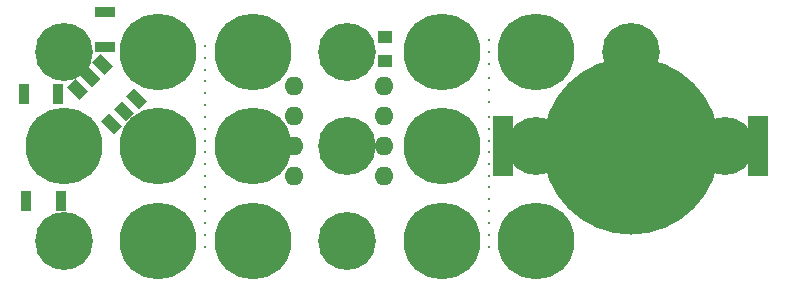
<source format=gts>
G04 #@! TF.FileFunction,Soldermask,Top*
%FSLAX46Y46*%
G04 Gerber Fmt 4.6, Leading zero omitted, Abs format (unit mm)*
G04 Created by KiCad (PCBNEW (2015-08-15 BZR 6092)-product) date 3/13/2016 3:57:28 PM*
%MOMM*%
G01*
G04 APERTURE LIST*
%ADD10C,0.100000*%
%ADD11C,4.902200*%
%ADD12C,6.500000*%
%ADD13O,1.600000X1.600000*%
%ADD14R,1.250000X1.000000*%
%ADD15R,0.900000X1.700000*%
%ADD16R,1.700000X0.900000*%
%ADD17C,15.000000*%
%ADD18R,1.778000X5.080000*%
%ADD19C,0.330200*%
G04 APERTURE END LIST*
D10*
G36*
X116452513Y-41938299D02*
X115391853Y-40877639D01*
X116098959Y-40170533D01*
X117159619Y-41231193D01*
X116452513Y-41938299D01*
X116452513Y-41938299D01*
G37*
G36*
X115391853Y-42998959D02*
X114331193Y-41938299D01*
X115038299Y-41231193D01*
X116098959Y-42291853D01*
X115391853Y-42998959D01*
X115391853Y-42998959D01*
G37*
G36*
X114331193Y-44059619D02*
X113270533Y-42998959D01*
X113977639Y-42291853D01*
X115038299Y-43352513D01*
X114331193Y-44059619D01*
X114331193Y-44059619D01*
G37*
G36*
X117230330Y-46958757D02*
X116169670Y-45898097D01*
X116876776Y-45190991D01*
X117937436Y-46251651D01*
X117230330Y-46958757D01*
X117230330Y-46958757D01*
G37*
G36*
X118290991Y-45898097D02*
X117230331Y-44837437D01*
X117937437Y-44130331D01*
X118998097Y-45190991D01*
X118290991Y-45898097D01*
X118290991Y-45898097D01*
G37*
G36*
X119351651Y-44837436D02*
X118290991Y-43776776D01*
X118998097Y-43069670D01*
X120058757Y-44130330D01*
X119351651Y-44837436D01*
X119351651Y-44837436D01*
G37*
D11*
X113000000Y-40000000D03*
X113000000Y-56000000D03*
D12*
X145000000Y-56000000D03*
D13*
X132500000Y-42900000D03*
X132500000Y-45440000D03*
X132500000Y-47980000D03*
X132500000Y-50520000D03*
X140120000Y-50520000D03*
X140120000Y-47980000D03*
X140120000Y-45440000D03*
X140120000Y-42900000D03*
D12*
X129000000Y-48000000D03*
X145000000Y-48000000D03*
D11*
X137000000Y-40000000D03*
D12*
X129000000Y-40000000D03*
X129000000Y-56000000D03*
X145000000Y-40000000D03*
D11*
X137000000Y-48000000D03*
X137000000Y-56000000D03*
X161000000Y-48000000D03*
D12*
X121000000Y-48000000D03*
X121000000Y-56000000D03*
D11*
X169000000Y-48000000D03*
X153000000Y-48000000D03*
D12*
X153000000Y-40000000D03*
X153000000Y-56000000D03*
D11*
X161000000Y-40000000D03*
D12*
X113000000Y-48000000D03*
X121000000Y-40000000D03*
D14*
X140250000Y-38750000D03*
X140250000Y-40750000D03*
D15*
X109650000Y-43600000D03*
X112550000Y-43600000D03*
X109850000Y-52600000D03*
X112750000Y-52600000D03*
D16*
X116500000Y-36650000D03*
X116500000Y-39550000D03*
D17*
X161000000Y-48000000D03*
D18*
X150205000Y-48000000D03*
X171795000Y-48000000D03*
D19*
X149000000Y-41016000D03*
X149000000Y-38984000D03*
X149000000Y-40000000D03*
X149000000Y-50516000D03*
X149000000Y-48484000D03*
X149000000Y-49500000D03*
X149000000Y-53516000D03*
X149000000Y-51484000D03*
X149000000Y-52500000D03*
X149000000Y-56516000D03*
X149000000Y-54484000D03*
X149000000Y-55500000D03*
X149000000Y-47516000D03*
X149000000Y-45484000D03*
X149000000Y-46500000D03*
X149000000Y-44266000D03*
X149000000Y-42234000D03*
X149000000Y-43250000D03*
X125000000Y-56516000D03*
X125000000Y-54484000D03*
X125000000Y-55500000D03*
X125000000Y-53516000D03*
X125000000Y-51484000D03*
X125000000Y-52500000D03*
X125000000Y-50516000D03*
X125000000Y-48484000D03*
X125000000Y-49500000D03*
X125000000Y-47516000D03*
X125000000Y-45484000D03*
X125000000Y-46500000D03*
X125000000Y-44516000D03*
X125000000Y-42484000D03*
X125000000Y-43500000D03*
X125000000Y-41516000D03*
X125000000Y-39484000D03*
X125000000Y-40500000D03*
M02*

</source>
